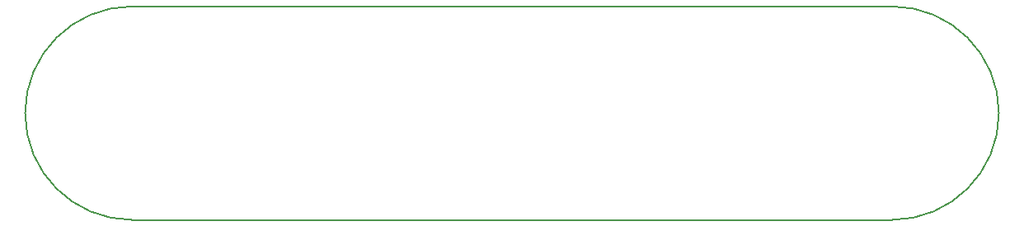
<source format=gbr>
G04 #@! TF.GenerationSoftware,KiCad,Pcbnew,(5.1.2)-2*
G04 #@! TF.CreationDate,2020-05-22T00:53:43-04:00*
G04 #@! TF.ProjectId,AddressableLED,41646472-6573-4736-9162-6c654c45442e,rev?*
G04 #@! TF.SameCoordinates,Original*
G04 #@! TF.FileFunction,Profile,NP*
%FSLAX46Y46*%
G04 Gerber Fmt 4.6, Leading zero omitted, Abs format (unit mm)*
G04 Created by KiCad (PCBNEW (5.1.2)-2) date 2020-05-22 00:53:43*
%MOMM*%
%LPD*%
G04 APERTURE LIST*
%ADD10C,0.150000*%
G04 APERTURE END LIST*
D10*
X101000000Y-121000000D02*
X179000000Y-121000000D01*
X179000000Y-99000000D02*
X101000000Y-99000000D01*
X179000000Y-99000000D02*
G75*
G02X179000000Y-121000000I0J-11000000D01*
G01*
X101000000Y-121000000D02*
G75*
G02X101000000Y-99000000I0J11000000D01*
G01*
M02*

</source>
